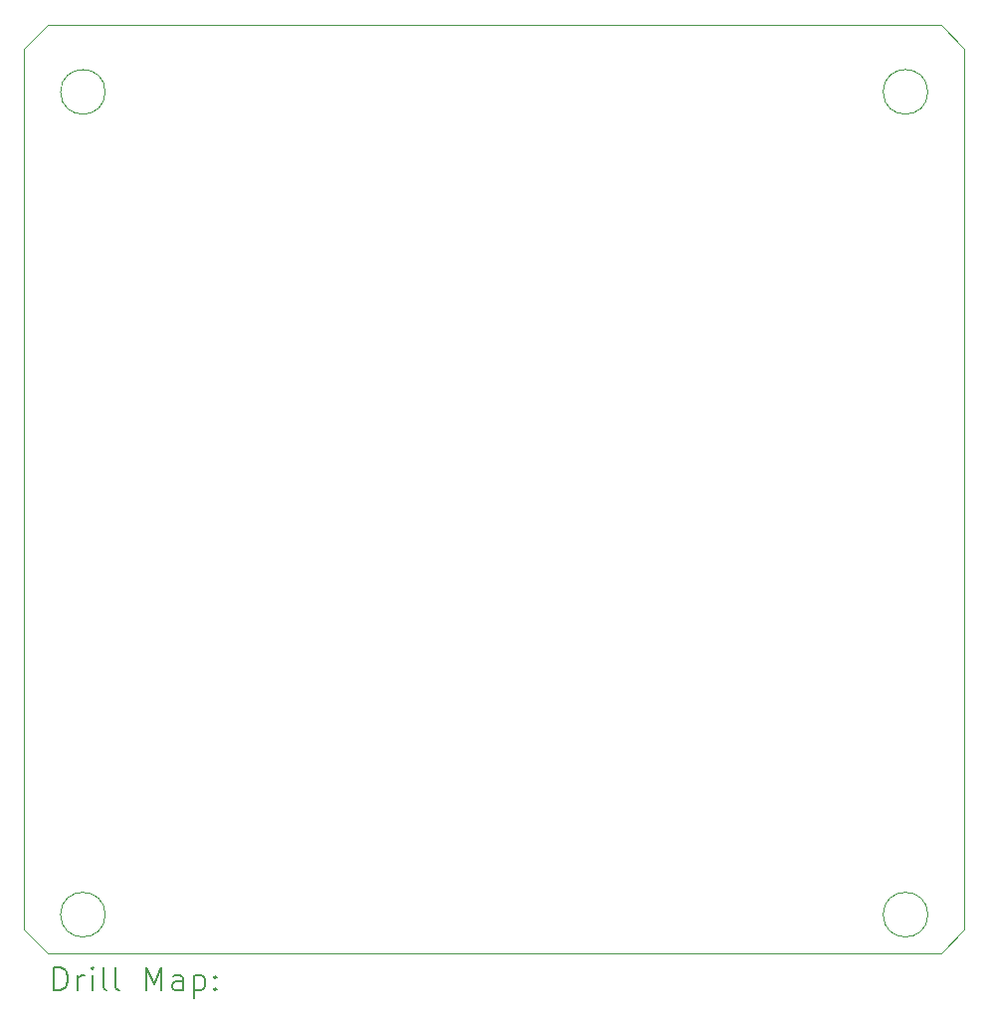
<source format=gbr>
%TF.GenerationSoftware,KiCad,Pcbnew,7.0.11*%
%TF.CreationDate,2024-12-11T15:28:43-03:00*%
%TF.ProjectId,Placa_DetectorParticulas,506c6163-615f-4446-9574-6563746f7250,rev?*%
%TF.SameCoordinates,Original*%
%TF.FileFunction,Drillmap*%
%TF.FilePolarity,Positive*%
%FSLAX45Y45*%
G04 Gerber Fmt 4.5, Leading zero omitted, Abs format (unit mm)*
G04 Created by KiCad (PCBNEW 7.0.11) date 2024-12-11 15:28:43*
%MOMM*%
%LPD*%
G01*
G04 APERTURE LIST*
%ADD10C,0.100000*%
%ADD11C,0.200000*%
G04 APERTURE END LIST*
D10*
X5200000Y-14600000D02*
X5000000Y-14400000D01*
X5000000Y-6900000D02*
X5200000Y-6700000D01*
X5000000Y-14400000D02*
X5000000Y-6900000D01*
X5200000Y-6700000D02*
X12800000Y-6700000D01*
X12690000Y-14270000D02*
G75*
G03*
X12310000Y-14270000I-190000J0D01*
G01*
X12310000Y-14270000D02*
G75*
G03*
X12690000Y-14270000I190000J0D01*
G01*
X12800000Y-14600000D02*
X5200000Y-14600000D01*
X5690000Y-7270000D02*
G75*
G03*
X5310000Y-7270000I-190000J0D01*
G01*
X5310000Y-7270000D02*
G75*
G03*
X5690000Y-7270000I190000J0D01*
G01*
X12800000Y-6700000D02*
X13000000Y-6900000D01*
X13000000Y-6900000D02*
X13000000Y-14400000D01*
X5690000Y-14270000D02*
G75*
G03*
X5310000Y-14270000I-190000J0D01*
G01*
X5310000Y-14270000D02*
G75*
G03*
X5690000Y-14270000I190000J0D01*
G01*
X12690000Y-7270000D02*
G75*
G03*
X12310000Y-7270000I-190000J0D01*
G01*
X12310000Y-7270000D02*
G75*
G03*
X12690000Y-7270000I190000J0D01*
G01*
X13000000Y-14400000D02*
X12800000Y-14600000D01*
D11*
X5255777Y-14916484D02*
X5255777Y-14716484D01*
X5255777Y-14716484D02*
X5303396Y-14716484D01*
X5303396Y-14716484D02*
X5331967Y-14726008D01*
X5331967Y-14726008D02*
X5351015Y-14745055D01*
X5351015Y-14745055D02*
X5360539Y-14764103D01*
X5360539Y-14764103D02*
X5370063Y-14802198D01*
X5370063Y-14802198D02*
X5370063Y-14830769D01*
X5370063Y-14830769D02*
X5360539Y-14868865D01*
X5360539Y-14868865D02*
X5351015Y-14887912D01*
X5351015Y-14887912D02*
X5331967Y-14906960D01*
X5331967Y-14906960D02*
X5303396Y-14916484D01*
X5303396Y-14916484D02*
X5255777Y-14916484D01*
X5455777Y-14916484D02*
X5455777Y-14783150D01*
X5455777Y-14821246D02*
X5465301Y-14802198D01*
X5465301Y-14802198D02*
X5474824Y-14792674D01*
X5474824Y-14792674D02*
X5493872Y-14783150D01*
X5493872Y-14783150D02*
X5512920Y-14783150D01*
X5579586Y-14916484D02*
X5579586Y-14783150D01*
X5579586Y-14716484D02*
X5570063Y-14726008D01*
X5570063Y-14726008D02*
X5579586Y-14735531D01*
X5579586Y-14735531D02*
X5589110Y-14726008D01*
X5589110Y-14726008D02*
X5579586Y-14716484D01*
X5579586Y-14716484D02*
X5579586Y-14735531D01*
X5703396Y-14916484D02*
X5684348Y-14906960D01*
X5684348Y-14906960D02*
X5674824Y-14887912D01*
X5674824Y-14887912D02*
X5674824Y-14716484D01*
X5808158Y-14916484D02*
X5789110Y-14906960D01*
X5789110Y-14906960D02*
X5779586Y-14887912D01*
X5779586Y-14887912D02*
X5779586Y-14716484D01*
X6036729Y-14916484D02*
X6036729Y-14716484D01*
X6036729Y-14716484D02*
X6103396Y-14859341D01*
X6103396Y-14859341D02*
X6170062Y-14716484D01*
X6170062Y-14716484D02*
X6170062Y-14916484D01*
X6351015Y-14916484D02*
X6351015Y-14811722D01*
X6351015Y-14811722D02*
X6341491Y-14792674D01*
X6341491Y-14792674D02*
X6322443Y-14783150D01*
X6322443Y-14783150D02*
X6284348Y-14783150D01*
X6284348Y-14783150D02*
X6265301Y-14792674D01*
X6351015Y-14906960D02*
X6331967Y-14916484D01*
X6331967Y-14916484D02*
X6284348Y-14916484D01*
X6284348Y-14916484D02*
X6265301Y-14906960D01*
X6265301Y-14906960D02*
X6255777Y-14887912D01*
X6255777Y-14887912D02*
X6255777Y-14868865D01*
X6255777Y-14868865D02*
X6265301Y-14849817D01*
X6265301Y-14849817D02*
X6284348Y-14840293D01*
X6284348Y-14840293D02*
X6331967Y-14840293D01*
X6331967Y-14840293D02*
X6351015Y-14830769D01*
X6446253Y-14783150D02*
X6446253Y-14983150D01*
X6446253Y-14792674D02*
X6465301Y-14783150D01*
X6465301Y-14783150D02*
X6503396Y-14783150D01*
X6503396Y-14783150D02*
X6522443Y-14792674D01*
X6522443Y-14792674D02*
X6531967Y-14802198D01*
X6531967Y-14802198D02*
X6541491Y-14821246D01*
X6541491Y-14821246D02*
X6541491Y-14878388D01*
X6541491Y-14878388D02*
X6531967Y-14897436D01*
X6531967Y-14897436D02*
X6522443Y-14906960D01*
X6522443Y-14906960D02*
X6503396Y-14916484D01*
X6503396Y-14916484D02*
X6465301Y-14916484D01*
X6465301Y-14916484D02*
X6446253Y-14906960D01*
X6627205Y-14897436D02*
X6636729Y-14906960D01*
X6636729Y-14906960D02*
X6627205Y-14916484D01*
X6627205Y-14916484D02*
X6617682Y-14906960D01*
X6617682Y-14906960D02*
X6627205Y-14897436D01*
X6627205Y-14897436D02*
X6627205Y-14916484D01*
X6627205Y-14792674D02*
X6636729Y-14802198D01*
X6636729Y-14802198D02*
X6627205Y-14811722D01*
X6627205Y-14811722D02*
X6617682Y-14802198D01*
X6617682Y-14802198D02*
X6627205Y-14792674D01*
X6627205Y-14792674D02*
X6627205Y-14811722D01*
M02*

</source>
